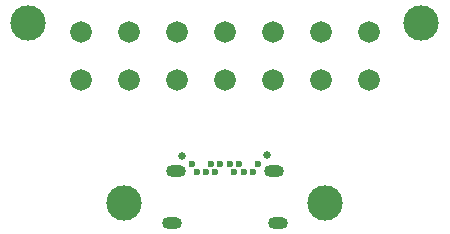
<source format=gbr>
%TF.GenerationSoftware,KiCad,Pcbnew,7.0.5*%
%TF.CreationDate,2024-03-06T11:24:05-05:00*%
%TF.ProjectId,commapogo_fem,636f6d6d-6170-46f6-976f-5f66656d2e6b,rev?*%
%TF.SameCoordinates,Original*%
%TF.FileFunction,Soldermask,Bot*%
%TF.FilePolarity,Negative*%
%FSLAX46Y46*%
G04 Gerber Fmt 4.6, Leading zero omitted, Abs format (unit mm)*
G04 Created by KiCad (PCBNEW 7.0.5) date 2024-03-06 11:24:05*
%MOMM*%
%LPD*%
G01*
G04 APERTURE LIST*
%ADD10C,3.000000*%
%ADD11C,0.650000*%
%ADD12O,1.700000X1.000000*%
%ADD13C,0.600000*%
%ADD14C,1.828800*%
G04 APERTURE END LIST*
D10*
%TO.C,H1*%
X-16637000Y6858000D03*
%TD*%
D11*
%TO.C,J2*%
X-3600000Y-4370000D03*
X3595000Y-4335000D03*
D12*
X-4125000Y-5620000D03*
X-4485000Y-10010000D03*
X4485000Y-10010000D03*
X4125000Y-5620000D03*
D13*
X2800000Y-5020000D03*
X2400000Y-5720000D03*
X1600000Y-5720000D03*
X1200000Y-5020000D03*
X800000Y-5720000D03*
X400000Y-5020000D03*
X-400000Y-5020000D03*
X-800000Y-5720000D03*
X-1200000Y-5020000D03*
X-1600000Y-5720000D03*
X-2400000Y-5720000D03*
X-2800000Y-5020000D03*
%TD*%
D10*
%TO.C,H4*%
X8509000Y-8382000D03*
%TD*%
%TO.C,H3*%
X-8509000Y-8382000D03*
%TD*%
%TO.C,H2*%
X16637000Y6858000D03*
%TD*%
D14*
%TO.C,J1*%
X-12192000Y6096000D03*
X-8128000Y6096000D03*
X-4064000Y6096000D03*
X0Y6096000D03*
X4064000Y6096000D03*
X8128000Y6096000D03*
X12192000Y6096000D03*
X-12192000Y2032000D03*
X-8128000Y2032000D03*
X-4064000Y2032000D03*
X0Y2032000D03*
X4064000Y2032000D03*
X8128000Y2032000D03*
X12192000Y2032000D03*
%TD*%
M02*

</source>
